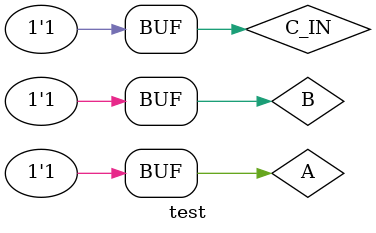
<source format=v>
`timescale 1ns / 1ps


module test;
    reg A, B, C_IN;
    wire C_OUT, SUM;
    
    initial
        $monitor($time, " A=%b, B=%b, C_IN=%b, SUM=%b, C_OUT=%b", A, B, C_IN, SUM, C_OUT);
    
    ADDER a1(.a(A), .b(B), .c_in(C_IN), .c_out(C_OUT), .sum(SUM));
    
    initial
        begin
            A=1'b0; B=1'b0; C_IN=1'b0;
            #5 A=1'b0; B=1'b0; C_IN=1'b1;
            #5 A=1'b0; B=1'b1; C_IN=1'b0;
            #5 A=1'b0; B=1'b1; C_IN=1'b1;
            #5 A=1'b1; B=1'b0; C_IN=1'b0;
            #5 A=1'b1; B=1'b0; C_IN=1'b1;
            #5 A=1'b1; B=1'b1; C_IN=1'b0;
            #5 A=1'b1; B=1'b1; C_IN=1'b1;
        end
endmodule

</source>
